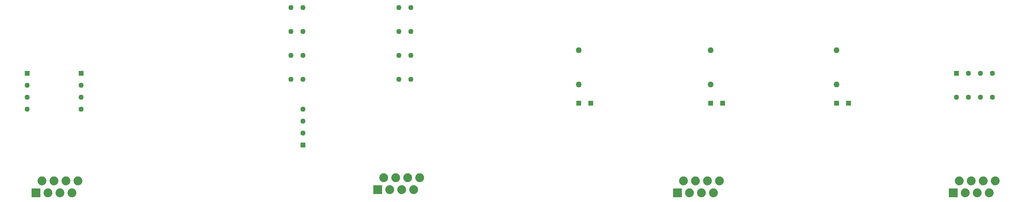
<source format=gbr>
G04 EAGLE Gerber RS-274X export*
G75*
%MOMM*%
%FSLAX34Y34*%
%LPD*%
%INTop Copper*%
%IPPOS*%
%AMOC8*
5,1,8,0,0,1.08239X$1,22.5*%
G01*
G04 Define Apertures*
%ADD10C,1.108000*%
%ADD11C,1.879600*%
%ADD12R,1.879600X1.879600*%
%ADD13R,1.108000X1.108000*%
%ADD14C,1.260000*%
D10*
X-228600Y368300D03*
X-203200Y368300D03*
X0Y469900D03*
X25400Y469900D03*
D11*
X-679450Y152400D03*
X-692150Y127000D03*
X-704850Y152400D03*
X-730250Y152400D03*
X-755650Y152400D03*
X-717550Y127000D03*
X-742950Y127000D03*
D12*
X-768350Y127000D03*
D11*
X679450Y152400D03*
X666750Y127000D03*
X654050Y152400D03*
X628650Y152400D03*
X603250Y152400D03*
X641350Y127000D03*
X615950Y127000D03*
D12*
X590550Y127000D03*
D11*
X44450Y159258D03*
X31750Y133858D03*
X19050Y159258D03*
X-6350Y159258D03*
X-31750Y159258D03*
X6350Y133858D03*
X-19050Y133858D03*
D12*
X-44450Y133858D03*
D11*
X1263650Y152400D03*
X1250950Y127000D03*
X1238250Y152400D03*
X1212850Y152400D03*
X1187450Y152400D03*
X1225550Y127000D03*
X1200150Y127000D03*
D12*
X1174750Y127000D03*
D13*
X-673100Y381000D03*
D10*
X-673100Y355600D03*
X-673100Y330200D03*
X-673100Y304800D03*
D13*
X-787400Y381000D03*
D10*
X-787400Y355600D03*
X-787400Y330200D03*
X-787400Y304800D03*
X-228600Y419100D03*
X-203200Y419100D03*
X-228600Y469900D03*
X-203200Y469900D03*
X-228600Y520700D03*
X-203200Y520700D03*
X0Y368300D03*
X25400Y368300D03*
X0Y419100D03*
X25400Y419100D03*
X0Y520700D03*
X25400Y520700D03*
D13*
X406400Y317500D03*
X381000Y317500D03*
X685800Y317500D03*
X660400Y317500D03*
X952500Y317500D03*
X927100Y317500D03*
D14*
X381000Y429900D03*
X381000Y357500D03*
X660400Y429900D03*
X660400Y357500D03*
X927100Y429900D03*
X927100Y357500D03*
D13*
X1181100Y381000D03*
D10*
X1206500Y381000D03*
X1231900Y381000D03*
X1257300Y381000D03*
X1181100Y330200D03*
X1206500Y330200D03*
X1231900Y330200D03*
X1257300Y330200D03*
D13*
X-203200Y228600D03*
D10*
X-203200Y254000D03*
X-203200Y279400D03*
X-203200Y304800D03*
M02*

</source>
